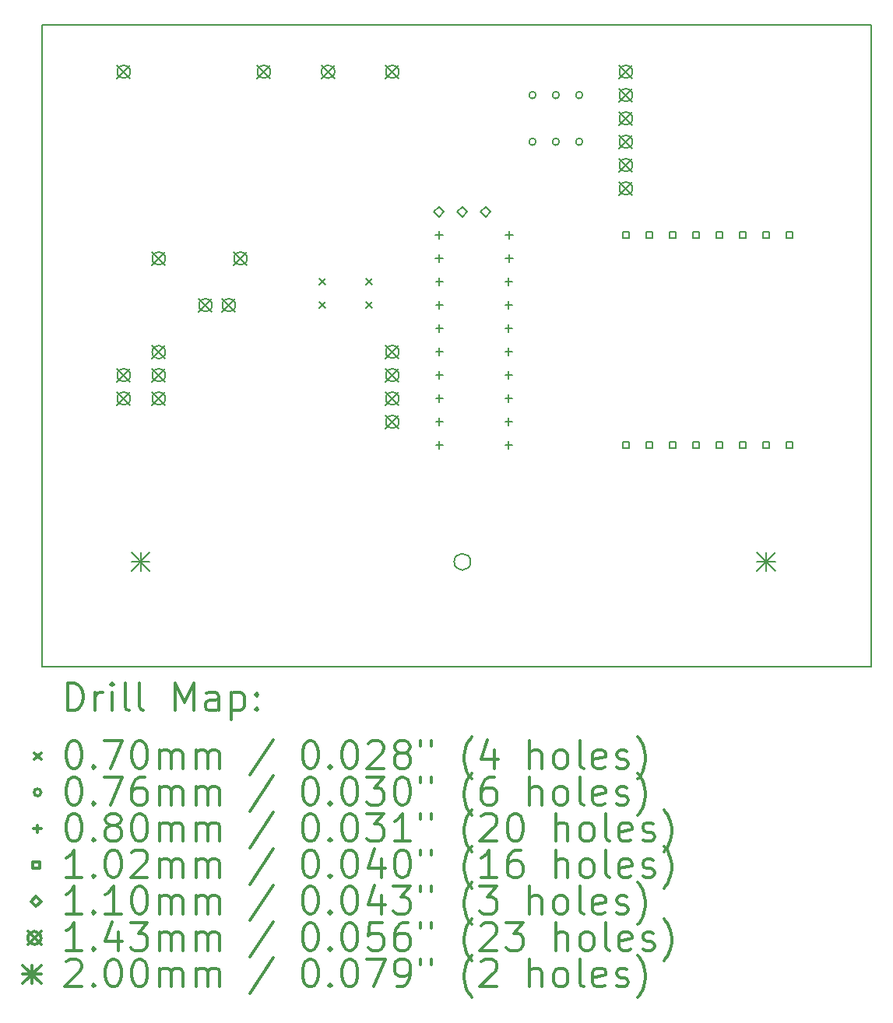
<source format=gbr>
%FSLAX45Y45*%
G04 Gerber Fmt 4.5, Leading zero omitted, Abs format (unit mm)*
G04 Created by KiCad (PCBNEW (5.0.2)-1) date 15-04-2019 10:59:47*
%MOMM*%
%LPD*%
G01*
G04 APERTURE LIST*
%ADD10C,0.200000*%
%ADD11C,0.300000*%
G04 APERTURE END LIST*
D10*
X6439803Y-7620000D02*
G75*
G03X6439803Y-7620000I-89803J0D01*
G01*
X1778000Y-8763000D02*
X1778000Y-1778000D01*
X10795000Y-8763000D02*
X1778000Y-8763000D01*
X10795000Y-1778000D02*
X10795000Y-8763000D01*
X1778000Y-1778000D02*
X10795000Y-1778000D01*
D10*
X4791000Y-4537000D02*
X4861000Y-4607000D01*
X4861000Y-4537000D02*
X4791000Y-4607000D01*
X5299000Y-4537000D02*
X5369000Y-4607000D01*
X5369000Y-4537000D02*
X5299000Y-4607000D01*
X4791000Y-4791000D02*
X4861000Y-4861000D01*
X4861000Y-4791000D02*
X4791000Y-4861000D01*
X5299000Y-4791000D02*
X5369000Y-4861000D01*
X5369000Y-4791000D02*
X5299000Y-4861000D01*
X7150100Y-2540000D02*
G75*
G03X7150100Y-2540000I-38100J0D01*
G01*
X7150100Y-3048000D02*
G75*
G03X7150100Y-3048000I-38100J0D01*
G01*
X7404100Y-2540000D02*
G75*
G03X7404100Y-2540000I-38100J0D01*
G01*
X7404100Y-3048000D02*
G75*
G03X7404100Y-3048000I-38100J0D01*
G01*
X7658100Y-2540000D02*
G75*
G03X7658100Y-2540000I-38100J0D01*
G01*
X7658100Y-3048000D02*
G75*
G03X7658100Y-3048000I-38100J0D01*
G01*
X6101000Y-4532000D02*
X6101000Y-4612000D01*
X6061000Y-4572000D02*
X6141000Y-4572000D01*
X6101000Y-4786000D02*
X6101000Y-4866000D01*
X6061000Y-4826000D02*
X6141000Y-4826000D01*
X6101000Y-5040000D02*
X6101000Y-5120000D01*
X6061000Y-5080000D02*
X6141000Y-5080000D01*
X6101000Y-5294000D02*
X6101000Y-5374000D01*
X6061000Y-5334000D02*
X6141000Y-5334000D01*
X6101000Y-5548000D02*
X6101000Y-5628000D01*
X6061000Y-5588000D02*
X6141000Y-5588000D01*
X6101000Y-5802000D02*
X6101000Y-5882000D01*
X6061000Y-5842000D02*
X6141000Y-5842000D01*
X6101000Y-6056000D02*
X6101000Y-6136000D01*
X6061000Y-6096000D02*
X6141000Y-6096000D01*
X6101000Y-6310000D02*
X6101000Y-6390000D01*
X6061000Y-6350000D02*
X6141000Y-6350000D01*
X6853000Y-4532000D02*
X6853000Y-4612000D01*
X6813000Y-4572000D02*
X6893000Y-4572000D01*
X6853000Y-4786000D02*
X6853000Y-4866000D01*
X6813000Y-4826000D02*
X6893000Y-4826000D01*
X6853000Y-5040000D02*
X6853000Y-5120000D01*
X6813000Y-5080000D02*
X6893000Y-5080000D01*
X6853000Y-5294000D02*
X6853000Y-5374000D01*
X6813000Y-5334000D02*
X6893000Y-5334000D01*
X6853000Y-5548000D02*
X6853000Y-5628000D01*
X6813000Y-5588000D02*
X6893000Y-5588000D01*
X6853000Y-5802000D02*
X6853000Y-5882000D01*
X6813000Y-5842000D02*
X6893000Y-5842000D01*
X6853000Y-6056000D02*
X6853000Y-6136000D01*
X6813000Y-6096000D02*
X6893000Y-6096000D01*
X6853000Y-6310000D02*
X6853000Y-6390000D01*
X6813000Y-6350000D02*
X6893000Y-6350000D01*
X6096000Y-4024000D02*
X6096000Y-4104000D01*
X6056000Y-4064000D02*
X6136000Y-4064000D01*
X6096000Y-4278000D02*
X6096000Y-4358000D01*
X6056000Y-4318000D02*
X6136000Y-4318000D01*
X6858000Y-4024000D02*
X6858000Y-4104000D01*
X6818000Y-4064000D02*
X6898000Y-4064000D01*
X6858000Y-4278000D02*
X6858000Y-4358000D01*
X6818000Y-4318000D02*
X6898000Y-4318000D01*
X8163921Y-4099921D02*
X8163921Y-4028079D01*
X8092079Y-4028079D01*
X8092079Y-4099921D01*
X8163921Y-4099921D01*
X8163921Y-6385921D02*
X8163921Y-6314079D01*
X8092079Y-6314079D01*
X8092079Y-6385921D01*
X8163921Y-6385921D01*
X8417921Y-4099921D02*
X8417921Y-4028079D01*
X8346079Y-4028079D01*
X8346079Y-4099921D01*
X8417921Y-4099921D01*
X8417921Y-6385921D02*
X8417921Y-6314079D01*
X8346079Y-6314079D01*
X8346079Y-6385921D01*
X8417921Y-6385921D01*
X8671921Y-4099921D02*
X8671921Y-4028079D01*
X8600079Y-4028079D01*
X8600079Y-4099921D01*
X8671921Y-4099921D01*
X8671921Y-6385921D02*
X8671921Y-6314079D01*
X8600079Y-6314079D01*
X8600079Y-6385921D01*
X8671921Y-6385921D01*
X8925921Y-4099921D02*
X8925921Y-4028079D01*
X8854079Y-4028079D01*
X8854079Y-4099921D01*
X8925921Y-4099921D01*
X8925921Y-6385921D02*
X8925921Y-6314079D01*
X8854079Y-6314079D01*
X8854079Y-6385921D01*
X8925921Y-6385921D01*
X9179921Y-4099921D02*
X9179921Y-4028079D01*
X9108079Y-4028079D01*
X9108079Y-4099921D01*
X9179921Y-4099921D01*
X9179921Y-6385921D02*
X9179921Y-6314079D01*
X9108079Y-6314079D01*
X9108079Y-6385921D01*
X9179921Y-6385921D01*
X9433921Y-4099921D02*
X9433921Y-4028079D01*
X9362079Y-4028079D01*
X9362079Y-4099921D01*
X9433921Y-4099921D01*
X9433921Y-6385921D02*
X9433921Y-6314079D01*
X9362079Y-6314079D01*
X9362079Y-6385921D01*
X9433921Y-6385921D01*
X9687921Y-4099921D02*
X9687921Y-4028079D01*
X9616079Y-4028079D01*
X9616079Y-4099921D01*
X9687921Y-4099921D01*
X9687921Y-6385921D02*
X9687921Y-6314079D01*
X9616079Y-6314079D01*
X9616079Y-6385921D01*
X9687921Y-6385921D01*
X9941921Y-4099921D02*
X9941921Y-4028079D01*
X9870079Y-4028079D01*
X9870079Y-4099921D01*
X9941921Y-4099921D01*
X9941921Y-6385921D02*
X9941921Y-6314079D01*
X9870079Y-6314079D01*
X9870079Y-6385921D01*
X9941921Y-6385921D01*
X6096000Y-3865000D02*
X6151000Y-3810000D01*
X6096000Y-3755000D01*
X6041000Y-3810000D01*
X6096000Y-3865000D01*
X6350000Y-3865000D02*
X6405000Y-3810000D01*
X6350000Y-3755000D01*
X6295000Y-3810000D01*
X6350000Y-3865000D01*
X6604000Y-3865000D02*
X6659000Y-3810000D01*
X6604000Y-3755000D01*
X6549000Y-3810000D01*
X6604000Y-3865000D01*
X3484500Y-4754500D02*
X3627500Y-4897500D01*
X3627500Y-4754500D02*
X3484500Y-4897500D01*
X3627500Y-4826000D02*
G75*
G03X3627500Y-4826000I-71500J0D01*
G01*
X3738500Y-4754500D02*
X3881500Y-4897500D01*
X3881500Y-4754500D02*
X3738500Y-4897500D01*
X3881500Y-4826000D02*
G75*
G03X3881500Y-4826000I-71500J0D01*
G01*
X8056500Y-2722500D02*
X8199500Y-2865500D01*
X8199500Y-2722500D02*
X8056500Y-2865500D01*
X8199500Y-2794000D02*
G75*
G03X8199500Y-2794000I-71500J0D01*
G01*
X8056500Y-2976500D02*
X8199500Y-3119500D01*
X8199500Y-2976500D02*
X8056500Y-3119500D01*
X8199500Y-3048000D02*
G75*
G03X8199500Y-3048000I-71500J0D01*
G01*
X8056500Y-2214500D02*
X8199500Y-2357500D01*
X8199500Y-2214500D02*
X8056500Y-2357500D01*
X8199500Y-2286000D02*
G75*
G03X8199500Y-2286000I-71500J0D01*
G01*
X8056500Y-2468500D02*
X8199500Y-2611500D01*
X8199500Y-2468500D02*
X8056500Y-2611500D01*
X8199500Y-2540000D02*
G75*
G03X8199500Y-2540000I-71500J0D01*
G01*
X2976500Y-5266500D02*
X3119500Y-5409500D01*
X3119500Y-5266500D02*
X2976500Y-5409500D01*
X3119500Y-5338000D02*
G75*
G03X3119500Y-5338000I-71500J0D01*
G01*
X2976500Y-5516500D02*
X3119500Y-5659500D01*
X3119500Y-5516500D02*
X2976500Y-5659500D01*
X3119500Y-5588000D02*
G75*
G03X3119500Y-5588000I-71500J0D01*
G01*
X2976500Y-5770500D02*
X3119500Y-5913500D01*
X3119500Y-5770500D02*
X2976500Y-5913500D01*
X3119500Y-5842000D02*
G75*
G03X3119500Y-5842000I-71500J0D01*
G01*
X2595500Y-5516500D02*
X2738500Y-5659500D01*
X2738500Y-5516500D02*
X2595500Y-5659500D01*
X2738500Y-5588000D02*
G75*
G03X2738500Y-5588000I-71500J0D01*
G01*
X2595500Y-5770500D02*
X2738500Y-5913500D01*
X2738500Y-5770500D02*
X2595500Y-5913500D01*
X2738500Y-5842000D02*
G75*
G03X2738500Y-5842000I-71500J0D01*
G01*
X5516500Y-5262500D02*
X5659500Y-5405500D01*
X5659500Y-5262500D02*
X5516500Y-5405500D01*
X5659500Y-5334000D02*
G75*
G03X5659500Y-5334000I-71500J0D01*
G01*
X5516500Y-5516500D02*
X5659500Y-5659500D01*
X5659500Y-5516500D02*
X5516500Y-5659500D01*
X5659500Y-5588000D02*
G75*
G03X5659500Y-5588000I-71500J0D01*
G01*
X5516500Y-5770500D02*
X5659500Y-5913500D01*
X5659500Y-5770500D02*
X5516500Y-5913500D01*
X5659500Y-5842000D02*
G75*
G03X5659500Y-5842000I-71500J0D01*
G01*
X5516500Y-6024500D02*
X5659500Y-6167500D01*
X5659500Y-6024500D02*
X5516500Y-6167500D01*
X5659500Y-6096000D02*
G75*
G03X5659500Y-6096000I-71500J0D01*
G01*
X2595500Y-2214500D02*
X2738500Y-2357500D01*
X2738500Y-2214500D02*
X2595500Y-2357500D01*
X2738500Y-2286000D02*
G75*
G03X2738500Y-2286000I-71500J0D01*
G01*
X2976500Y-4246500D02*
X3119500Y-4389500D01*
X3119500Y-4246500D02*
X2976500Y-4389500D01*
X3119500Y-4318000D02*
G75*
G03X3119500Y-4318000I-71500J0D01*
G01*
X3865500Y-4246500D02*
X4008500Y-4389500D01*
X4008500Y-4246500D02*
X3865500Y-4389500D01*
X4008500Y-4318000D02*
G75*
G03X4008500Y-4318000I-71500J0D01*
G01*
X4119500Y-2214500D02*
X4262500Y-2357500D01*
X4262500Y-2214500D02*
X4119500Y-2357500D01*
X4262500Y-2286000D02*
G75*
G03X4262500Y-2286000I-71500J0D01*
G01*
X4818000Y-2214500D02*
X4961000Y-2357500D01*
X4961000Y-2214500D02*
X4818000Y-2357500D01*
X4961000Y-2286000D02*
G75*
G03X4961000Y-2286000I-71500J0D01*
G01*
X5516500Y-2214500D02*
X5659500Y-2357500D01*
X5659500Y-2214500D02*
X5516500Y-2357500D01*
X5659500Y-2286000D02*
G75*
G03X5659500Y-2286000I-71500J0D01*
G01*
X8056500Y-3230500D02*
X8199500Y-3373500D01*
X8199500Y-3230500D02*
X8056500Y-3373500D01*
X8199500Y-3302000D02*
G75*
G03X8199500Y-3302000I-71500J0D01*
G01*
X8056500Y-3484500D02*
X8199500Y-3627500D01*
X8199500Y-3484500D02*
X8056500Y-3627500D01*
X8199500Y-3556000D02*
G75*
G03X8199500Y-3556000I-71500J0D01*
G01*
X2750000Y-7520000D02*
X2950000Y-7720000D01*
X2950000Y-7520000D02*
X2750000Y-7720000D01*
X2850000Y-7520000D02*
X2850000Y-7720000D01*
X2750000Y-7620000D02*
X2950000Y-7620000D01*
X9552000Y-7520000D02*
X9752000Y-7720000D01*
X9752000Y-7520000D02*
X9552000Y-7720000D01*
X9652000Y-7520000D02*
X9652000Y-7720000D01*
X9552000Y-7620000D02*
X9752000Y-7620000D01*
D11*
X2054428Y-9238714D02*
X2054428Y-8938714D01*
X2125857Y-8938714D01*
X2168714Y-8953000D01*
X2197286Y-8981572D01*
X2211571Y-9010143D01*
X2225857Y-9067286D01*
X2225857Y-9110143D01*
X2211571Y-9167286D01*
X2197286Y-9195857D01*
X2168714Y-9224429D01*
X2125857Y-9238714D01*
X2054428Y-9238714D01*
X2354428Y-9238714D02*
X2354428Y-9038714D01*
X2354428Y-9095857D02*
X2368714Y-9067286D01*
X2383000Y-9053000D01*
X2411571Y-9038714D01*
X2440143Y-9038714D01*
X2540143Y-9238714D02*
X2540143Y-9038714D01*
X2540143Y-8938714D02*
X2525857Y-8953000D01*
X2540143Y-8967286D01*
X2554428Y-8953000D01*
X2540143Y-8938714D01*
X2540143Y-8967286D01*
X2725857Y-9238714D02*
X2697286Y-9224429D01*
X2683000Y-9195857D01*
X2683000Y-8938714D01*
X2883000Y-9238714D02*
X2854428Y-9224429D01*
X2840143Y-9195857D01*
X2840143Y-8938714D01*
X3225857Y-9238714D02*
X3225857Y-8938714D01*
X3325857Y-9153000D01*
X3425857Y-8938714D01*
X3425857Y-9238714D01*
X3697286Y-9238714D02*
X3697286Y-9081572D01*
X3683000Y-9053000D01*
X3654428Y-9038714D01*
X3597286Y-9038714D01*
X3568714Y-9053000D01*
X3697286Y-9224429D02*
X3668714Y-9238714D01*
X3597286Y-9238714D01*
X3568714Y-9224429D01*
X3554428Y-9195857D01*
X3554428Y-9167286D01*
X3568714Y-9138714D01*
X3597286Y-9124429D01*
X3668714Y-9124429D01*
X3697286Y-9110143D01*
X3840143Y-9038714D02*
X3840143Y-9338714D01*
X3840143Y-9053000D02*
X3868714Y-9038714D01*
X3925857Y-9038714D01*
X3954428Y-9053000D01*
X3968714Y-9067286D01*
X3983000Y-9095857D01*
X3983000Y-9181572D01*
X3968714Y-9210143D01*
X3954428Y-9224429D01*
X3925857Y-9238714D01*
X3868714Y-9238714D01*
X3840143Y-9224429D01*
X4111571Y-9210143D02*
X4125857Y-9224429D01*
X4111571Y-9238714D01*
X4097286Y-9224429D01*
X4111571Y-9210143D01*
X4111571Y-9238714D01*
X4111571Y-9053000D02*
X4125857Y-9067286D01*
X4111571Y-9081572D01*
X4097286Y-9067286D01*
X4111571Y-9053000D01*
X4111571Y-9081572D01*
X1698000Y-9698000D02*
X1768000Y-9768000D01*
X1768000Y-9698000D02*
X1698000Y-9768000D01*
X2111571Y-9568714D02*
X2140143Y-9568714D01*
X2168714Y-9583000D01*
X2183000Y-9597286D01*
X2197286Y-9625857D01*
X2211571Y-9683000D01*
X2211571Y-9754429D01*
X2197286Y-9811572D01*
X2183000Y-9840143D01*
X2168714Y-9854429D01*
X2140143Y-9868714D01*
X2111571Y-9868714D01*
X2083000Y-9854429D01*
X2068714Y-9840143D01*
X2054428Y-9811572D01*
X2040143Y-9754429D01*
X2040143Y-9683000D01*
X2054428Y-9625857D01*
X2068714Y-9597286D01*
X2083000Y-9583000D01*
X2111571Y-9568714D01*
X2340143Y-9840143D02*
X2354428Y-9854429D01*
X2340143Y-9868714D01*
X2325857Y-9854429D01*
X2340143Y-9840143D01*
X2340143Y-9868714D01*
X2454428Y-9568714D02*
X2654428Y-9568714D01*
X2525857Y-9868714D01*
X2825857Y-9568714D02*
X2854428Y-9568714D01*
X2883000Y-9583000D01*
X2897286Y-9597286D01*
X2911571Y-9625857D01*
X2925857Y-9683000D01*
X2925857Y-9754429D01*
X2911571Y-9811572D01*
X2897286Y-9840143D01*
X2883000Y-9854429D01*
X2854428Y-9868714D01*
X2825857Y-9868714D01*
X2797286Y-9854429D01*
X2783000Y-9840143D01*
X2768714Y-9811572D01*
X2754428Y-9754429D01*
X2754428Y-9683000D01*
X2768714Y-9625857D01*
X2783000Y-9597286D01*
X2797286Y-9583000D01*
X2825857Y-9568714D01*
X3054428Y-9868714D02*
X3054428Y-9668714D01*
X3054428Y-9697286D02*
X3068714Y-9683000D01*
X3097286Y-9668714D01*
X3140143Y-9668714D01*
X3168714Y-9683000D01*
X3183000Y-9711572D01*
X3183000Y-9868714D01*
X3183000Y-9711572D02*
X3197286Y-9683000D01*
X3225857Y-9668714D01*
X3268714Y-9668714D01*
X3297286Y-9683000D01*
X3311571Y-9711572D01*
X3311571Y-9868714D01*
X3454428Y-9868714D02*
X3454428Y-9668714D01*
X3454428Y-9697286D02*
X3468714Y-9683000D01*
X3497286Y-9668714D01*
X3540143Y-9668714D01*
X3568714Y-9683000D01*
X3583000Y-9711572D01*
X3583000Y-9868714D01*
X3583000Y-9711572D02*
X3597286Y-9683000D01*
X3625857Y-9668714D01*
X3668714Y-9668714D01*
X3697286Y-9683000D01*
X3711571Y-9711572D01*
X3711571Y-9868714D01*
X4297286Y-9554429D02*
X4040143Y-9940143D01*
X4683000Y-9568714D02*
X4711571Y-9568714D01*
X4740143Y-9583000D01*
X4754428Y-9597286D01*
X4768714Y-9625857D01*
X4783000Y-9683000D01*
X4783000Y-9754429D01*
X4768714Y-9811572D01*
X4754428Y-9840143D01*
X4740143Y-9854429D01*
X4711571Y-9868714D01*
X4683000Y-9868714D01*
X4654428Y-9854429D01*
X4640143Y-9840143D01*
X4625857Y-9811572D01*
X4611571Y-9754429D01*
X4611571Y-9683000D01*
X4625857Y-9625857D01*
X4640143Y-9597286D01*
X4654428Y-9583000D01*
X4683000Y-9568714D01*
X4911571Y-9840143D02*
X4925857Y-9854429D01*
X4911571Y-9868714D01*
X4897286Y-9854429D01*
X4911571Y-9840143D01*
X4911571Y-9868714D01*
X5111571Y-9568714D02*
X5140143Y-9568714D01*
X5168714Y-9583000D01*
X5183000Y-9597286D01*
X5197286Y-9625857D01*
X5211571Y-9683000D01*
X5211571Y-9754429D01*
X5197286Y-9811572D01*
X5183000Y-9840143D01*
X5168714Y-9854429D01*
X5140143Y-9868714D01*
X5111571Y-9868714D01*
X5083000Y-9854429D01*
X5068714Y-9840143D01*
X5054428Y-9811572D01*
X5040143Y-9754429D01*
X5040143Y-9683000D01*
X5054428Y-9625857D01*
X5068714Y-9597286D01*
X5083000Y-9583000D01*
X5111571Y-9568714D01*
X5325857Y-9597286D02*
X5340143Y-9583000D01*
X5368714Y-9568714D01*
X5440143Y-9568714D01*
X5468714Y-9583000D01*
X5483000Y-9597286D01*
X5497286Y-9625857D01*
X5497286Y-9654429D01*
X5483000Y-9697286D01*
X5311571Y-9868714D01*
X5497286Y-9868714D01*
X5668714Y-9697286D02*
X5640143Y-9683000D01*
X5625857Y-9668714D01*
X5611571Y-9640143D01*
X5611571Y-9625857D01*
X5625857Y-9597286D01*
X5640143Y-9583000D01*
X5668714Y-9568714D01*
X5725857Y-9568714D01*
X5754428Y-9583000D01*
X5768714Y-9597286D01*
X5783000Y-9625857D01*
X5783000Y-9640143D01*
X5768714Y-9668714D01*
X5754428Y-9683000D01*
X5725857Y-9697286D01*
X5668714Y-9697286D01*
X5640143Y-9711572D01*
X5625857Y-9725857D01*
X5611571Y-9754429D01*
X5611571Y-9811572D01*
X5625857Y-9840143D01*
X5640143Y-9854429D01*
X5668714Y-9868714D01*
X5725857Y-9868714D01*
X5754428Y-9854429D01*
X5768714Y-9840143D01*
X5783000Y-9811572D01*
X5783000Y-9754429D01*
X5768714Y-9725857D01*
X5754428Y-9711572D01*
X5725857Y-9697286D01*
X5897286Y-9568714D02*
X5897286Y-9625857D01*
X6011571Y-9568714D02*
X6011571Y-9625857D01*
X6454428Y-9983000D02*
X6440143Y-9968714D01*
X6411571Y-9925857D01*
X6397286Y-9897286D01*
X6383000Y-9854429D01*
X6368714Y-9783000D01*
X6368714Y-9725857D01*
X6383000Y-9654429D01*
X6397286Y-9611572D01*
X6411571Y-9583000D01*
X6440143Y-9540143D01*
X6454428Y-9525857D01*
X6697286Y-9668714D02*
X6697286Y-9868714D01*
X6625857Y-9554429D02*
X6554428Y-9768714D01*
X6740143Y-9768714D01*
X7083000Y-9868714D02*
X7083000Y-9568714D01*
X7211571Y-9868714D02*
X7211571Y-9711572D01*
X7197286Y-9683000D01*
X7168714Y-9668714D01*
X7125857Y-9668714D01*
X7097286Y-9683000D01*
X7083000Y-9697286D01*
X7397286Y-9868714D02*
X7368714Y-9854429D01*
X7354428Y-9840143D01*
X7340143Y-9811572D01*
X7340143Y-9725857D01*
X7354428Y-9697286D01*
X7368714Y-9683000D01*
X7397286Y-9668714D01*
X7440143Y-9668714D01*
X7468714Y-9683000D01*
X7483000Y-9697286D01*
X7497286Y-9725857D01*
X7497286Y-9811572D01*
X7483000Y-9840143D01*
X7468714Y-9854429D01*
X7440143Y-9868714D01*
X7397286Y-9868714D01*
X7668714Y-9868714D02*
X7640143Y-9854429D01*
X7625857Y-9825857D01*
X7625857Y-9568714D01*
X7897286Y-9854429D02*
X7868714Y-9868714D01*
X7811571Y-9868714D01*
X7783000Y-9854429D01*
X7768714Y-9825857D01*
X7768714Y-9711572D01*
X7783000Y-9683000D01*
X7811571Y-9668714D01*
X7868714Y-9668714D01*
X7897286Y-9683000D01*
X7911571Y-9711572D01*
X7911571Y-9740143D01*
X7768714Y-9768714D01*
X8025857Y-9854429D02*
X8054428Y-9868714D01*
X8111571Y-9868714D01*
X8140143Y-9854429D01*
X8154428Y-9825857D01*
X8154428Y-9811572D01*
X8140143Y-9783000D01*
X8111571Y-9768714D01*
X8068714Y-9768714D01*
X8040143Y-9754429D01*
X8025857Y-9725857D01*
X8025857Y-9711572D01*
X8040143Y-9683000D01*
X8068714Y-9668714D01*
X8111571Y-9668714D01*
X8140143Y-9683000D01*
X8254428Y-9983000D02*
X8268714Y-9968714D01*
X8297286Y-9925857D01*
X8311571Y-9897286D01*
X8325857Y-9854429D01*
X8340143Y-9783000D01*
X8340143Y-9725857D01*
X8325857Y-9654429D01*
X8311571Y-9611572D01*
X8297286Y-9583000D01*
X8268714Y-9540143D01*
X8254428Y-9525857D01*
X1768000Y-10129000D02*
G75*
G03X1768000Y-10129000I-38100J0D01*
G01*
X2111571Y-9964714D02*
X2140143Y-9964714D01*
X2168714Y-9979000D01*
X2183000Y-9993286D01*
X2197286Y-10021857D01*
X2211571Y-10079000D01*
X2211571Y-10150429D01*
X2197286Y-10207572D01*
X2183000Y-10236143D01*
X2168714Y-10250429D01*
X2140143Y-10264714D01*
X2111571Y-10264714D01*
X2083000Y-10250429D01*
X2068714Y-10236143D01*
X2054428Y-10207572D01*
X2040143Y-10150429D01*
X2040143Y-10079000D01*
X2054428Y-10021857D01*
X2068714Y-9993286D01*
X2083000Y-9979000D01*
X2111571Y-9964714D01*
X2340143Y-10236143D02*
X2354428Y-10250429D01*
X2340143Y-10264714D01*
X2325857Y-10250429D01*
X2340143Y-10236143D01*
X2340143Y-10264714D01*
X2454428Y-9964714D02*
X2654428Y-9964714D01*
X2525857Y-10264714D01*
X2897286Y-9964714D02*
X2840143Y-9964714D01*
X2811571Y-9979000D01*
X2797286Y-9993286D01*
X2768714Y-10036143D01*
X2754428Y-10093286D01*
X2754428Y-10207572D01*
X2768714Y-10236143D01*
X2783000Y-10250429D01*
X2811571Y-10264714D01*
X2868714Y-10264714D01*
X2897286Y-10250429D01*
X2911571Y-10236143D01*
X2925857Y-10207572D01*
X2925857Y-10136143D01*
X2911571Y-10107572D01*
X2897286Y-10093286D01*
X2868714Y-10079000D01*
X2811571Y-10079000D01*
X2783000Y-10093286D01*
X2768714Y-10107572D01*
X2754428Y-10136143D01*
X3054428Y-10264714D02*
X3054428Y-10064714D01*
X3054428Y-10093286D02*
X3068714Y-10079000D01*
X3097286Y-10064714D01*
X3140143Y-10064714D01*
X3168714Y-10079000D01*
X3183000Y-10107572D01*
X3183000Y-10264714D01*
X3183000Y-10107572D02*
X3197286Y-10079000D01*
X3225857Y-10064714D01*
X3268714Y-10064714D01*
X3297286Y-10079000D01*
X3311571Y-10107572D01*
X3311571Y-10264714D01*
X3454428Y-10264714D02*
X3454428Y-10064714D01*
X3454428Y-10093286D02*
X3468714Y-10079000D01*
X3497286Y-10064714D01*
X3540143Y-10064714D01*
X3568714Y-10079000D01*
X3583000Y-10107572D01*
X3583000Y-10264714D01*
X3583000Y-10107572D02*
X3597286Y-10079000D01*
X3625857Y-10064714D01*
X3668714Y-10064714D01*
X3697286Y-10079000D01*
X3711571Y-10107572D01*
X3711571Y-10264714D01*
X4297286Y-9950429D02*
X4040143Y-10336143D01*
X4683000Y-9964714D02*
X4711571Y-9964714D01*
X4740143Y-9979000D01*
X4754428Y-9993286D01*
X4768714Y-10021857D01*
X4783000Y-10079000D01*
X4783000Y-10150429D01*
X4768714Y-10207572D01*
X4754428Y-10236143D01*
X4740143Y-10250429D01*
X4711571Y-10264714D01*
X4683000Y-10264714D01*
X4654428Y-10250429D01*
X4640143Y-10236143D01*
X4625857Y-10207572D01*
X4611571Y-10150429D01*
X4611571Y-10079000D01*
X4625857Y-10021857D01*
X4640143Y-9993286D01*
X4654428Y-9979000D01*
X4683000Y-9964714D01*
X4911571Y-10236143D02*
X4925857Y-10250429D01*
X4911571Y-10264714D01*
X4897286Y-10250429D01*
X4911571Y-10236143D01*
X4911571Y-10264714D01*
X5111571Y-9964714D02*
X5140143Y-9964714D01*
X5168714Y-9979000D01*
X5183000Y-9993286D01*
X5197286Y-10021857D01*
X5211571Y-10079000D01*
X5211571Y-10150429D01*
X5197286Y-10207572D01*
X5183000Y-10236143D01*
X5168714Y-10250429D01*
X5140143Y-10264714D01*
X5111571Y-10264714D01*
X5083000Y-10250429D01*
X5068714Y-10236143D01*
X5054428Y-10207572D01*
X5040143Y-10150429D01*
X5040143Y-10079000D01*
X5054428Y-10021857D01*
X5068714Y-9993286D01*
X5083000Y-9979000D01*
X5111571Y-9964714D01*
X5311571Y-9964714D02*
X5497286Y-9964714D01*
X5397286Y-10079000D01*
X5440143Y-10079000D01*
X5468714Y-10093286D01*
X5483000Y-10107572D01*
X5497286Y-10136143D01*
X5497286Y-10207572D01*
X5483000Y-10236143D01*
X5468714Y-10250429D01*
X5440143Y-10264714D01*
X5354428Y-10264714D01*
X5325857Y-10250429D01*
X5311571Y-10236143D01*
X5683000Y-9964714D02*
X5711571Y-9964714D01*
X5740143Y-9979000D01*
X5754428Y-9993286D01*
X5768714Y-10021857D01*
X5783000Y-10079000D01*
X5783000Y-10150429D01*
X5768714Y-10207572D01*
X5754428Y-10236143D01*
X5740143Y-10250429D01*
X5711571Y-10264714D01*
X5683000Y-10264714D01*
X5654428Y-10250429D01*
X5640143Y-10236143D01*
X5625857Y-10207572D01*
X5611571Y-10150429D01*
X5611571Y-10079000D01*
X5625857Y-10021857D01*
X5640143Y-9993286D01*
X5654428Y-9979000D01*
X5683000Y-9964714D01*
X5897286Y-9964714D02*
X5897286Y-10021857D01*
X6011571Y-9964714D02*
X6011571Y-10021857D01*
X6454428Y-10379000D02*
X6440143Y-10364714D01*
X6411571Y-10321857D01*
X6397286Y-10293286D01*
X6383000Y-10250429D01*
X6368714Y-10179000D01*
X6368714Y-10121857D01*
X6383000Y-10050429D01*
X6397286Y-10007572D01*
X6411571Y-9979000D01*
X6440143Y-9936143D01*
X6454428Y-9921857D01*
X6697286Y-9964714D02*
X6640143Y-9964714D01*
X6611571Y-9979000D01*
X6597286Y-9993286D01*
X6568714Y-10036143D01*
X6554428Y-10093286D01*
X6554428Y-10207572D01*
X6568714Y-10236143D01*
X6583000Y-10250429D01*
X6611571Y-10264714D01*
X6668714Y-10264714D01*
X6697286Y-10250429D01*
X6711571Y-10236143D01*
X6725857Y-10207572D01*
X6725857Y-10136143D01*
X6711571Y-10107572D01*
X6697286Y-10093286D01*
X6668714Y-10079000D01*
X6611571Y-10079000D01*
X6583000Y-10093286D01*
X6568714Y-10107572D01*
X6554428Y-10136143D01*
X7083000Y-10264714D02*
X7083000Y-9964714D01*
X7211571Y-10264714D02*
X7211571Y-10107572D01*
X7197286Y-10079000D01*
X7168714Y-10064714D01*
X7125857Y-10064714D01*
X7097286Y-10079000D01*
X7083000Y-10093286D01*
X7397286Y-10264714D02*
X7368714Y-10250429D01*
X7354428Y-10236143D01*
X7340143Y-10207572D01*
X7340143Y-10121857D01*
X7354428Y-10093286D01*
X7368714Y-10079000D01*
X7397286Y-10064714D01*
X7440143Y-10064714D01*
X7468714Y-10079000D01*
X7483000Y-10093286D01*
X7497286Y-10121857D01*
X7497286Y-10207572D01*
X7483000Y-10236143D01*
X7468714Y-10250429D01*
X7440143Y-10264714D01*
X7397286Y-10264714D01*
X7668714Y-10264714D02*
X7640143Y-10250429D01*
X7625857Y-10221857D01*
X7625857Y-9964714D01*
X7897286Y-10250429D02*
X7868714Y-10264714D01*
X7811571Y-10264714D01*
X7783000Y-10250429D01*
X7768714Y-10221857D01*
X7768714Y-10107572D01*
X7783000Y-10079000D01*
X7811571Y-10064714D01*
X7868714Y-10064714D01*
X7897286Y-10079000D01*
X7911571Y-10107572D01*
X7911571Y-10136143D01*
X7768714Y-10164714D01*
X8025857Y-10250429D02*
X8054428Y-10264714D01*
X8111571Y-10264714D01*
X8140143Y-10250429D01*
X8154428Y-10221857D01*
X8154428Y-10207572D01*
X8140143Y-10179000D01*
X8111571Y-10164714D01*
X8068714Y-10164714D01*
X8040143Y-10150429D01*
X8025857Y-10121857D01*
X8025857Y-10107572D01*
X8040143Y-10079000D01*
X8068714Y-10064714D01*
X8111571Y-10064714D01*
X8140143Y-10079000D01*
X8254428Y-10379000D02*
X8268714Y-10364714D01*
X8297286Y-10321857D01*
X8311571Y-10293286D01*
X8325857Y-10250429D01*
X8340143Y-10179000D01*
X8340143Y-10121857D01*
X8325857Y-10050429D01*
X8311571Y-10007572D01*
X8297286Y-9979000D01*
X8268714Y-9936143D01*
X8254428Y-9921857D01*
X1728000Y-10485000D02*
X1728000Y-10565000D01*
X1688000Y-10525000D02*
X1768000Y-10525000D01*
X2111571Y-10360714D02*
X2140143Y-10360714D01*
X2168714Y-10375000D01*
X2183000Y-10389286D01*
X2197286Y-10417857D01*
X2211571Y-10475000D01*
X2211571Y-10546429D01*
X2197286Y-10603572D01*
X2183000Y-10632143D01*
X2168714Y-10646429D01*
X2140143Y-10660714D01*
X2111571Y-10660714D01*
X2083000Y-10646429D01*
X2068714Y-10632143D01*
X2054428Y-10603572D01*
X2040143Y-10546429D01*
X2040143Y-10475000D01*
X2054428Y-10417857D01*
X2068714Y-10389286D01*
X2083000Y-10375000D01*
X2111571Y-10360714D01*
X2340143Y-10632143D02*
X2354428Y-10646429D01*
X2340143Y-10660714D01*
X2325857Y-10646429D01*
X2340143Y-10632143D01*
X2340143Y-10660714D01*
X2525857Y-10489286D02*
X2497286Y-10475000D01*
X2483000Y-10460714D01*
X2468714Y-10432143D01*
X2468714Y-10417857D01*
X2483000Y-10389286D01*
X2497286Y-10375000D01*
X2525857Y-10360714D01*
X2583000Y-10360714D01*
X2611571Y-10375000D01*
X2625857Y-10389286D01*
X2640143Y-10417857D01*
X2640143Y-10432143D01*
X2625857Y-10460714D01*
X2611571Y-10475000D01*
X2583000Y-10489286D01*
X2525857Y-10489286D01*
X2497286Y-10503572D01*
X2483000Y-10517857D01*
X2468714Y-10546429D01*
X2468714Y-10603572D01*
X2483000Y-10632143D01*
X2497286Y-10646429D01*
X2525857Y-10660714D01*
X2583000Y-10660714D01*
X2611571Y-10646429D01*
X2625857Y-10632143D01*
X2640143Y-10603572D01*
X2640143Y-10546429D01*
X2625857Y-10517857D01*
X2611571Y-10503572D01*
X2583000Y-10489286D01*
X2825857Y-10360714D02*
X2854428Y-10360714D01*
X2883000Y-10375000D01*
X2897286Y-10389286D01*
X2911571Y-10417857D01*
X2925857Y-10475000D01*
X2925857Y-10546429D01*
X2911571Y-10603572D01*
X2897286Y-10632143D01*
X2883000Y-10646429D01*
X2854428Y-10660714D01*
X2825857Y-10660714D01*
X2797286Y-10646429D01*
X2783000Y-10632143D01*
X2768714Y-10603572D01*
X2754428Y-10546429D01*
X2754428Y-10475000D01*
X2768714Y-10417857D01*
X2783000Y-10389286D01*
X2797286Y-10375000D01*
X2825857Y-10360714D01*
X3054428Y-10660714D02*
X3054428Y-10460714D01*
X3054428Y-10489286D02*
X3068714Y-10475000D01*
X3097286Y-10460714D01*
X3140143Y-10460714D01*
X3168714Y-10475000D01*
X3183000Y-10503572D01*
X3183000Y-10660714D01*
X3183000Y-10503572D02*
X3197286Y-10475000D01*
X3225857Y-10460714D01*
X3268714Y-10460714D01*
X3297286Y-10475000D01*
X3311571Y-10503572D01*
X3311571Y-10660714D01*
X3454428Y-10660714D02*
X3454428Y-10460714D01*
X3454428Y-10489286D02*
X3468714Y-10475000D01*
X3497286Y-10460714D01*
X3540143Y-10460714D01*
X3568714Y-10475000D01*
X3583000Y-10503572D01*
X3583000Y-10660714D01*
X3583000Y-10503572D02*
X3597286Y-10475000D01*
X3625857Y-10460714D01*
X3668714Y-10460714D01*
X3697286Y-10475000D01*
X3711571Y-10503572D01*
X3711571Y-10660714D01*
X4297286Y-10346429D02*
X4040143Y-10732143D01*
X4683000Y-10360714D02*
X4711571Y-10360714D01*
X4740143Y-10375000D01*
X4754428Y-10389286D01*
X4768714Y-10417857D01*
X4783000Y-10475000D01*
X4783000Y-10546429D01*
X4768714Y-10603572D01*
X4754428Y-10632143D01*
X4740143Y-10646429D01*
X4711571Y-10660714D01*
X4683000Y-10660714D01*
X4654428Y-10646429D01*
X4640143Y-10632143D01*
X4625857Y-10603572D01*
X4611571Y-10546429D01*
X4611571Y-10475000D01*
X4625857Y-10417857D01*
X4640143Y-10389286D01*
X4654428Y-10375000D01*
X4683000Y-10360714D01*
X4911571Y-10632143D02*
X4925857Y-10646429D01*
X4911571Y-10660714D01*
X4897286Y-10646429D01*
X4911571Y-10632143D01*
X4911571Y-10660714D01*
X5111571Y-10360714D02*
X5140143Y-10360714D01*
X5168714Y-10375000D01*
X5183000Y-10389286D01*
X5197286Y-10417857D01*
X5211571Y-10475000D01*
X5211571Y-10546429D01*
X5197286Y-10603572D01*
X5183000Y-10632143D01*
X5168714Y-10646429D01*
X5140143Y-10660714D01*
X5111571Y-10660714D01*
X5083000Y-10646429D01*
X5068714Y-10632143D01*
X5054428Y-10603572D01*
X5040143Y-10546429D01*
X5040143Y-10475000D01*
X5054428Y-10417857D01*
X5068714Y-10389286D01*
X5083000Y-10375000D01*
X5111571Y-10360714D01*
X5311571Y-10360714D02*
X5497286Y-10360714D01*
X5397286Y-10475000D01*
X5440143Y-10475000D01*
X5468714Y-10489286D01*
X5483000Y-10503572D01*
X5497286Y-10532143D01*
X5497286Y-10603572D01*
X5483000Y-10632143D01*
X5468714Y-10646429D01*
X5440143Y-10660714D01*
X5354428Y-10660714D01*
X5325857Y-10646429D01*
X5311571Y-10632143D01*
X5783000Y-10660714D02*
X5611571Y-10660714D01*
X5697286Y-10660714D02*
X5697286Y-10360714D01*
X5668714Y-10403572D01*
X5640143Y-10432143D01*
X5611571Y-10446429D01*
X5897286Y-10360714D02*
X5897286Y-10417857D01*
X6011571Y-10360714D02*
X6011571Y-10417857D01*
X6454428Y-10775000D02*
X6440143Y-10760714D01*
X6411571Y-10717857D01*
X6397286Y-10689286D01*
X6383000Y-10646429D01*
X6368714Y-10575000D01*
X6368714Y-10517857D01*
X6383000Y-10446429D01*
X6397286Y-10403572D01*
X6411571Y-10375000D01*
X6440143Y-10332143D01*
X6454428Y-10317857D01*
X6554428Y-10389286D02*
X6568714Y-10375000D01*
X6597286Y-10360714D01*
X6668714Y-10360714D01*
X6697286Y-10375000D01*
X6711571Y-10389286D01*
X6725857Y-10417857D01*
X6725857Y-10446429D01*
X6711571Y-10489286D01*
X6540143Y-10660714D01*
X6725857Y-10660714D01*
X6911571Y-10360714D02*
X6940143Y-10360714D01*
X6968714Y-10375000D01*
X6983000Y-10389286D01*
X6997286Y-10417857D01*
X7011571Y-10475000D01*
X7011571Y-10546429D01*
X6997286Y-10603572D01*
X6983000Y-10632143D01*
X6968714Y-10646429D01*
X6940143Y-10660714D01*
X6911571Y-10660714D01*
X6883000Y-10646429D01*
X6868714Y-10632143D01*
X6854428Y-10603572D01*
X6840143Y-10546429D01*
X6840143Y-10475000D01*
X6854428Y-10417857D01*
X6868714Y-10389286D01*
X6883000Y-10375000D01*
X6911571Y-10360714D01*
X7368714Y-10660714D02*
X7368714Y-10360714D01*
X7497286Y-10660714D02*
X7497286Y-10503572D01*
X7483000Y-10475000D01*
X7454428Y-10460714D01*
X7411571Y-10460714D01*
X7383000Y-10475000D01*
X7368714Y-10489286D01*
X7683000Y-10660714D02*
X7654428Y-10646429D01*
X7640143Y-10632143D01*
X7625857Y-10603572D01*
X7625857Y-10517857D01*
X7640143Y-10489286D01*
X7654428Y-10475000D01*
X7683000Y-10460714D01*
X7725857Y-10460714D01*
X7754428Y-10475000D01*
X7768714Y-10489286D01*
X7783000Y-10517857D01*
X7783000Y-10603572D01*
X7768714Y-10632143D01*
X7754428Y-10646429D01*
X7725857Y-10660714D01*
X7683000Y-10660714D01*
X7954428Y-10660714D02*
X7925857Y-10646429D01*
X7911571Y-10617857D01*
X7911571Y-10360714D01*
X8183000Y-10646429D02*
X8154428Y-10660714D01*
X8097286Y-10660714D01*
X8068714Y-10646429D01*
X8054428Y-10617857D01*
X8054428Y-10503572D01*
X8068714Y-10475000D01*
X8097286Y-10460714D01*
X8154428Y-10460714D01*
X8183000Y-10475000D01*
X8197286Y-10503572D01*
X8197286Y-10532143D01*
X8054428Y-10560714D01*
X8311571Y-10646429D02*
X8340143Y-10660714D01*
X8397286Y-10660714D01*
X8425857Y-10646429D01*
X8440143Y-10617857D01*
X8440143Y-10603572D01*
X8425857Y-10575000D01*
X8397286Y-10560714D01*
X8354428Y-10560714D01*
X8325857Y-10546429D01*
X8311571Y-10517857D01*
X8311571Y-10503572D01*
X8325857Y-10475000D01*
X8354428Y-10460714D01*
X8397286Y-10460714D01*
X8425857Y-10475000D01*
X8540143Y-10775000D02*
X8554428Y-10760714D01*
X8583000Y-10717857D01*
X8597286Y-10689286D01*
X8611571Y-10646429D01*
X8625857Y-10575000D01*
X8625857Y-10517857D01*
X8611571Y-10446429D01*
X8597286Y-10403572D01*
X8583000Y-10375000D01*
X8554428Y-10332143D01*
X8540143Y-10317857D01*
X1753121Y-10956922D02*
X1753121Y-10885079D01*
X1681278Y-10885079D01*
X1681278Y-10956922D01*
X1753121Y-10956922D01*
X2211571Y-11056714D02*
X2040143Y-11056714D01*
X2125857Y-11056714D02*
X2125857Y-10756714D01*
X2097286Y-10799572D01*
X2068714Y-10828143D01*
X2040143Y-10842429D01*
X2340143Y-11028143D02*
X2354428Y-11042429D01*
X2340143Y-11056714D01*
X2325857Y-11042429D01*
X2340143Y-11028143D01*
X2340143Y-11056714D01*
X2540143Y-10756714D02*
X2568714Y-10756714D01*
X2597286Y-10771000D01*
X2611571Y-10785286D01*
X2625857Y-10813857D01*
X2640143Y-10871000D01*
X2640143Y-10942429D01*
X2625857Y-10999572D01*
X2611571Y-11028143D01*
X2597286Y-11042429D01*
X2568714Y-11056714D01*
X2540143Y-11056714D01*
X2511571Y-11042429D01*
X2497286Y-11028143D01*
X2483000Y-10999572D01*
X2468714Y-10942429D01*
X2468714Y-10871000D01*
X2483000Y-10813857D01*
X2497286Y-10785286D01*
X2511571Y-10771000D01*
X2540143Y-10756714D01*
X2754428Y-10785286D02*
X2768714Y-10771000D01*
X2797286Y-10756714D01*
X2868714Y-10756714D01*
X2897286Y-10771000D01*
X2911571Y-10785286D01*
X2925857Y-10813857D01*
X2925857Y-10842429D01*
X2911571Y-10885286D01*
X2740143Y-11056714D01*
X2925857Y-11056714D01*
X3054428Y-11056714D02*
X3054428Y-10856714D01*
X3054428Y-10885286D02*
X3068714Y-10871000D01*
X3097286Y-10856714D01*
X3140143Y-10856714D01*
X3168714Y-10871000D01*
X3183000Y-10899572D01*
X3183000Y-11056714D01*
X3183000Y-10899572D02*
X3197286Y-10871000D01*
X3225857Y-10856714D01*
X3268714Y-10856714D01*
X3297286Y-10871000D01*
X3311571Y-10899572D01*
X3311571Y-11056714D01*
X3454428Y-11056714D02*
X3454428Y-10856714D01*
X3454428Y-10885286D02*
X3468714Y-10871000D01*
X3497286Y-10856714D01*
X3540143Y-10856714D01*
X3568714Y-10871000D01*
X3583000Y-10899572D01*
X3583000Y-11056714D01*
X3583000Y-10899572D02*
X3597286Y-10871000D01*
X3625857Y-10856714D01*
X3668714Y-10856714D01*
X3697286Y-10871000D01*
X3711571Y-10899572D01*
X3711571Y-11056714D01*
X4297286Y-10742429D02*
X4040143Y-11128143D01*
X4683000Y-10756714D02*
X4711571Y-10756714D01*
X4740143Y-10771000D01*
X4754428Y-10785286D01*
X4768714Y-10813857D01*
X4783000Y-10871000D01*
X4783000Y-10942429D01*
X4768714Y-10999572D01*
X4754428Y-11028143D01*
X4740143Y-11042429D01*
X4711571Y-11056714D01*
X4683000Y-11056714D01*
X4654428Y-11042429D01*
X4640143Y-11028143D01*
X4625857Y-10999572D01*
X4611571Y-10942429D01*
X4611571Y-10871000D01*
X4625857Y-10813857D01*
X4640143Y-10785286D01*
X4654428Y-10771000D01*
X4683000Y-10756714D01*
X4911571Y-11028143D02*
X4925857Y-11042429D01*
X4911571Y-11056714D01*
X4897286Y-11042429D01*
X4911571Y-11028143D01*
X4911571Y-11056714D01*
X5111571Y-10756714D02*
X5140143Y-10756714D01*
X5168714Y-10771000D01*
X5183000Y-10785286D01*
X5197286Y-10813857D01*
X5211571Y-10871000D01*
X5211571Y-10942429D01*
X5197286Y-10999572D01*
X5183000Y-11028143D01*
X5168714Y-11042429D01*
X5140143Y-11056714D01*
X5111571Y-11056714D01*
X5083000Y-11042429D01*
X5068714Y-11028143D01*
X5054428Y-10999572D01*
X5040143Y-10942429D01*
X5040143Y-10871000D01*
X5054428Y-10813857D01*
X5068714Y-10785286D01*
X5083000Y-10771000D01*
X5111571Y-10756714D01*
X5468714Y-10856714D02*
X5468714Y-11056714D01*
X5397286Y-10742429D02*
X5325857Y-10956714D01*
X5511571Y-10956714D01*
X5683000Y-10756714D02*
X5711571Y-10756714D01*
X5740143Y-10771000D01*
X5754428Y-10785286D01*
X5768714Y-10813857D01*
X5783000Y-10871000D01*
X5783000Y-10942429D01*
X5768714Y-10999572D01*
X5754428Y-11028143D01*
X5740143Y-11042429D01*
X5711571Y-11056714D01*
X5683000Y-11056714D01*
X5654428Y-11042429D01*
X5640143Y-11028143D01*
X5625857Y-10999572D01*
X5611571Y-10942429D01*
X5611571Y-10871000D01*
X5625857Y-10813857D01*
X5640143Y-10785286D01*
X5654428Y-10771000D01*
X5683000Y-10756714D01*
X5897286Y-10756714D02*
X5897286Y-10813857D01*
X6011571Y-10756714D02*
X6011571Y-10813857D01*
X6454428Y-11171000D02*
X6440143Y-11156714D01*
X6411571Y-11113857D01*
X6397286Y-11085286D01*
X6383000Y-11042429D01*
X6368714Y-10971000D01*
X6368714Y-10913857D01*
X6383000Y-10842429D01*
X6397286Y-10799572D01*
X6411571Y-10771000D01*
X6440143Y-10728143D01*
X6454428Y-10713857D01*
X6725857Y-11056714D02*
X6554428Y-11056714D01*
X6640143Y-11056714D02*
X6640143Y-10756714D01*
X6611571Y-10799572D01*
X6583000Y-10828143D01*
X6554428Y-10842429D01*
X6983000Y-10756714D02*
X6925857Y-10756714D01*
X6897286Y-10771000D01*
X6883000Y-10785286D01*
X6854428Y-10828143D01*
X6840143Y-10885286D01*
X6840143Y-10999572D01*
X6854428Y-11028143D01*
X6868714Y-11042429D01*
X6897286Y-11056714D01*
X6954428Y-11056714D01*
X6983000Y-11042429D01*
X6997286Y-11028143D01*
X7011571Y-10999572D01*
X7011571Y-10928143D01*
X6997286Y-10899572D01*
X6983000Y-10885286D01*
X6954428Y-10871000D01*
X6897286Y-10871000D01*
X6868714Y-10885286D01*
X6854428Y-10899572D01*
X6840143Y-10928143D01*
X7368714Y-11056714D02*
X7368714Y-10756714D01*
X7497286Y-11056714D02*
X7497286Y-10899572D01*
X7483000Y-10871000D01*
X7454428Y-10856714D01*
X7411571Y-10856714D01*
X7383000Y-10871000D01*
X7368714Y-10885286D01*
X7683000Y-11056714D02*
X7654428Y-11042429D01*
X7640143Y-11028143D01*
X7625857Y-10999572D01*
X7625857Y-10913857D01*
X7640143Y-10885286D01*
X7654428Y-10871000D01*
X7683000Y-10856714D01*
X7725857Y-10856714D01*
X7754428Y-10871000D01*
X7768714Y-10885286D01*
X7783000Y-10913857D01*
X7783000Y-10999572D01*
X7768714Y-11028143D01*
X7754428Y-11042429D01*
X7725857Y-11056714D01*
X7683000Y-11056714D01*
X7954428Y-11056714D02*
X7925857Y-11042429D01*
X7911571Y-11013857D01*
X7911571Y-10756714D01*
X8183000Y-11042429D02*
X8154428Y-11056714D01*
X8097286Y-11056714D01*
X8068714Y-11042429D01*
X8054428Y-11013857D01*
X8054428Y-10899572D01*
X8068714Y-10871000D01*
X8097286Y-10856714D01*
X8154428Y-10856714D01*
X8183000Y-10871000D01*
X8197286Y-10899572D01*
X8197286Y-10928143D01*
X8054428Y-10956714D01*
X8311571Y-11042429D02*
X8340143Y-11056714D01*
X8397286Y-11056714D01*
X8425857Y-11042429D01*
X8440143Y-11013857D01*
X8440143Y-10999572D01*
X8425857Y-10971000D01*
X8397286Y-10956714D01*
X8354428Y-10956714D01*
X8325857Y-10942429D01*
X8311571Y-10913857D01*
X8311571Y-10899572D01*
X8325857Y-10871000D01*
X8354428Y-10856714D01*
X8397286Y-10856714D01*
X8425857Y-10871000D01*
X8540143Y-11171000D02*
X8554428Y-11156714D01*
X8583000Y-11113857D01*
X8597286Y-11085286D01*
X8611571Y-11042429D01*
X8625857Y-10971000D01*
X8625857Y-10913857D01*
X8611571Y-10842429D01*
X8597286Y-10799572D01*
X8583000Y-10771000D01*
X8554428Y-10728143D01*
X8540143Y-10713857D01*
X1713000Y-11372000D02*
X1768000Y-11317000D01*
X1713000Y-11262000D01*
X1658000Y-11317000D01*
X1713000Y-11372000D01*
X2211571Y-11452714D02*
X2040143Y-11452714D01*
X2125857Y-11452714D02*
X2125857Y-11152714D01*
X2097286Y-11195571D01*
X2068714Y-11224143D01*
X2040143Y-11238429D01*
X2340143Y-11424143D02*
X2354428Y-11438429D01*
X2340143Y-11452714D01*
X2325857Y-11438429D01*
X2340143Y-11424143D01*
X2340143Y-11452714D01*
X2640143Y-11452714D02*
X2468714Y-11452714D01*
X2554428Y-11452714D02*
X2554428Y-11152714D01*
X2525857Y-11195571D01*
X2497286Y-11224143D01*
X2468714Y-11238429D01*
X2825857Y-11152714D02*
X2854428Y-11152714D01*
X2883000Y-11167000D01*
X2897286Y-11181286D01*
X2911571Y-11209857D01*
X2925857Y-11267000D01*
X2925857Y-11338429D01*
X2911571Y-11395571D01*
X2897286Y-11424143D01*
X2883000Y-11438429D01*
X2854428Y-11452714D01*
X2825857Y-11452714D01*
X2797286Y-11438429D01*
X2783000Y-11424143D01*
X2768714Y-11395571D01*
X2754428Y-11338429D01*
X2754428Y-11267000D01*
X2768714Y-11209857D01*
X2783000Y-11181286D01*
X2797286Y-11167000D01*
X2825857Y-11152714D01*
X3054428Y-11452714D02*
X3054428Y-11252714D01*
X3054428Y-11281286D02*
X3068714Y-11267000D01*
X3097286Y-11252714D01*
X3140143Y-11252714D01*
X3168714Y-11267000D01*
X3183000Y-11295571D01*
X3183000Y-11452714D01*
X3183000Y-11295571D02*
X3197286Y-11267000D01*
X3225857Y-11252714D01*
X3268714Y-11252714D01*
X3297286Y-11267000D01*
X3311571Y-11295571D01*
X3311571Y-11452714D01*
X3454428Y-11452714D02*
X3454428Y-11252714D01*
X3454428Y-11281286D02*
X3468714Y-11267000D01*
X3497286Y-11252714D01*
X3540143Y-11252714D01*
X3568714Y-11267000D01*
X3583000Y-11295571D01*
X3583000Y-11452714D01*
X3583000Y-11295571D02*
X3597286Y-11267000D01*
X3625857Y-11252714D01*
X3668714Y-11252714D01*
X3697286Y-11267000D01*
X3711571Y-11295571D01*
X3711571Y-11452714D01*
X4297286Y-11138429D02*
X4040143Y-11524143D01*
X4683000Y-11152714D02*
X4711571Y-11152714D01*
X4740143Y-11167000D01*
X4754428Y-11181286D01*
X4768714Y-11209857D01*
X4783000Y-11267000D01*
X4783000Y-11338429D01*
X4768714Y-11395571D01*
X4754428Y-11424143D01*
X4740143Y-11438429D01*
X4711571Y-11452714D01*
X4683000Y-11452714D01*
X4654428Y-11438429D01*
X4640143Y-11424143D01*
X4625857Y-11395571D01*
X4611571Y-11338429D01*
X4611571Y-11267000D01*
X4625857Y-11209857D01*
X4640143Y-11181286D01*
X4654428Y-11167000D01*
X4683000Y-11152714D01*
X4911571Y-11424143D02*
X4925857Y-11438429D01*
X4911571Y-11452714D01*
X4897286Y-11438429D01*
X4911571Y-11424143D01*
X4911571Y-11452714D01*
X5111571Y-11152714D02*
X5140143Y-11152714D01*
X5168714Y-11167000D01*
X5183000Y-11181286D01*
X5197286Y-11209857D01*
X5211571Y-11267000D01*
X5211571Y-11338429D01*
X5197286Y-11395571D01*
X5183000Y-11424143D01*
X5168714Y-11438429D01*
X5140143Y-11452714D01*
X5111571Y-11452714D01*
X5083000Y-11438429D01*
X5068714Y-11424143D01*
X5054428Y-11395571D01*
X5040143Y-11338429D01*
X5040143Y-11267000D01*
X5054428Y-11209857D01*
X5068714Y-11181286D01*
X5083000Y-11167000D01*
X5111571Y-11152714D01*
X5468714Y-11252714D02*
X5468714Y-11452714D01*
X5397286Y-11138429D02*
X5325857Y-11352714D01*
X5511571Y-11352714D01*
X5597286Y-11152714D02*
X5783000Y-11152714D01*
X5683000Y-11267000D01*
X5725857Y-11267000D01*
X5754428Y-11281286D01*
X5768714Y-11295571D01*
X5783000Y-11324143D01*
X5783000Y-11395571D01*
X5768714Y-11424143D01*
X5754428Y-11438429D01*
X5725857Y-11452714D01*
X5640143Y-11452714D01*
X5611571Y-11438429D01*
X5597286Y-11424143D01*
X5897286Y-11152714D02*
X5897286Y-11209857D01*
X6011571Y-11152714D02*
X6011571Y-11209857D01*
X6454428Y-11567000D02*
X6440143Y-11552714D01*
X6411571Y-11509857D01*
X6397286Y-11481286D01*
X6383000Y-11438429D01*
X6368714Y-11367000D01*
X6368714Y-11309857D01*
X6383000Y-11238429D01*
X6397286Y-11195571D01*
X6411571Y-11167000D01*
X6440143Y-11124143D01*
X6454428Y-11109857D01*
X6540143Y-11152714D02*
X6725857Y-11152714D01*
X6625857Y-11267000D01*
X6668714Y-11267000D01*
X6697286Y-11281286D01*
X6711571Y-11295571D01*
X6725857Y-11324143D01*
X6725857Y-11395571D01*
X6711571Y-11424143D01*
X6697286Y-11438429D01*
X6668714Y-11452714D01*
X6583000Y-11452714D01*
X6554428Y-11438429D01*
X6540143Y-11424143D01*
X7083000Y-11452714D02*
X7083000Y-11152714D01*
X7211571Y-11452714D02*
X7211571Y-11295571D01*
X7197286Y-11267000D01*
X7168714Y-11252714D01*
X7125857Y-11252714D01*
X7097286Y-11267000D01*
X7083000Y-11281286D01*
X7397286Y-11452714D02*
X7368714Y-11438429D01*
X7354428Y-11424143D01*
X7340143Y-11395571D01*
X7340143Y-11309857D01*
X7354428Y-11281286D01*
X7368714Y-11267000D01*
X7397286Y-11252714D01*
X7440143Y-11252714D01*
X7468714Y-11267000D01*
X7483000Y-11281286D01*
X7497286Y-11309857D01*
X7497286Y-11395571D01*
X7483000Y-11424143D01*
X7468714Y-11438429D01*
X7440143Y-11452714D01*
X7397286Y-11452714D01*
X7668714Y-11452714D02*
X7640143Y-11438429D01*
X7625857Y-11409857D01*
X7625857Y-11152714D01*
X7897286Y-11438429D02*
X7868714Y-11452714D01*
X7811571Y-11452714D01*
X7783000Y-11438429D01*
X7768714Y-11409857D01*
X7768714Y-11295571D01*
X7783000Y-11267000D01*
X7811571Y-11252714D01*
X7868714Y-11252714D01*
X7897286Y-11267000D01*
X7911571Y-11295571D01*
X7911571Y-11324143D01*
X7768714Y-11352714D01*
X8025857Y-11438429D02*
X8054428Y-11452714D01*
X8111571Y-11452714D01*
X8140143Y-11438429D01*
X8154428Y-11409857D01*
X8154428Y-11395571D01*
X8140143Y-11367000D01*
X8111571Y-11352714D01*
X8068714Y-11352714D01*
X8040143Y-11338429D01*
X8025857Y-11309857D01*
X8025857Y-11295571D01*
X8040143Y-11267000D01*
X8068714Y-11252714D01*
X8111571Y-11252714D01*
X8140143Y-11267000D01*
X8254428Y-11567000D02*
X8268714Y-11552714D01*
X8297286Y-11509857D01*
X8311571Y-11481286D01*
X8325857Y-11438429D01*
X8340143Y-11367000D01*
X8340143Y-11309857D01*
X8325857Y-11238429D01*
X8311571Y-11195571D01*
X8297286Y-11167000D01*
X8268714Y-11124143D01*
X8254428Y-11109857D01*
X1625000Y-11641500D02*
X1768000Y-11784500D01*
X1768000Y-11641500D02*
X1625000Y-11784500D01*
X1768000Y-11713000D02*
G75*
G03X1768000Y-11713000I-71500J0D01*
G01*
X2211571Y-11848714D02*
X2040143Y-11848714D01*
X2125857Y-11848714D02*
X2125857Y-11548714D01*
X2097286Y-11591571D01*
X2068714Y-11620143D01*
X2040143Y-11634429D01*
X2340143Y-11820143D02*
X2354428Y-11834429D01*
X2340143Y-11848714D01*
X2325857Y-11834429D01*
X2340143Y-11820143D01*
X2340143Y-11848714D01*
X2611571Y-11648714D02*
X2611571Y-11848714D01*
X2540143Y-11534429D02*
X2468714Y-11748714D01*
X2654428Y-11748714D01*
X2740143Y-11548714D02*
X2925857Y-11548714D01*
X2825857Y-11663000D01*
X2868714Y-11663000D01*
X2897286Y-11677286D01*
X2911571Y-11691571D01*
X2925857Y-11720143D01*
X2925857Y-11791571D01*
X2911571Y-11820143D01*
X2897286Y-11834429D01*
X2868714Y-11848714D01*
X2783000Y-11848714D01*
X2754428Y-11834429D01*
X2740143Y-11820143D01*
X3054428Y-11848714D02*
X3054428Y-11648714D01*
X3054428Y-11677286D02*
X3068714Y-11663000D01*
X3097286Y-11648714D01*
X3140143Y-11648714D01*
X3168714Y-11663000D01*
X3183000Y-11691571D01*
X3183000Y-11848714D01*
X3183000Y-11691571D02*
X3197286Y-11663000D01*
X3225857Y-11648714D01*
X3268714Y-11648714D01*
X3297286Y-11663000D01*
X3311571Y-11691571D01*
X3311571Y-11848714D01*
X3454428Y-11848714D02*
X3454428Y-11648714D01*
X3454428Y-11677286D02*
X3468714Y-11663000D01*
X3497286Y-11648714D01*
X3540143Y-11648714D01*
X3568714Y-11663000D01*
X3583000Y-11691571D01*
X3583000Y-11848714D01*
X3583000Y-11691571D02*
X3597286Y-11663000D01*
X3625857Y-11648714D01*
X3668714Y-11648714D01*
X3697286Y-11663000D01*
X3711571Y-11691571D01*
X3711571Y-11848714D01*
X4297286Y-11534429D02*
X4040143Y-11920143D01*
X4683000Y-11548714D02*
X4711571Y-11548714D01*
X4740143Y-11563000D01*
X4754428Y-11577286D01*
X4768714Y-11605857D01*
X4783000Y-11663000D01*
X4783000Y-11734429D01*
X4768714Y-11791571D01*
X4754428Y-11820143D01*
X4740143Y-11834429D01*
X4711571Y-11848714D01*
X4683000Y-11848714D01*
X4654428Y-11834429D01*
X4640143Y-11820143D01*
X4625857Y-11791571D01*
X4611571Y-11734429D01*
X4611571Y-11663000D01*
X4625857Y-11605857D01*
X4640143Y-11577286D01*
X4654428Y-11563000D01*
X4683000Y-11548714D01*
X4911571Y-11820143D02*
X4925857Y-11834429D01*
X4911571Y-11848714D01*
X4897286Y-11834429D01*
X4911571Y-11820143D01*
X4911571Y-11848714D01*
X5111571Y-11548714D02*
X5140143Y-11548714D01*
X5168714Y-11563000D01*
X5183000Y-11577286D01*
X5197286Y-11605857D01*
X5211571Y-11663000D01*
X5211571Y-11734429D01*
X5197286Y-11791571D01*
X5183000Y-11820143D01*
X5168714Y-11834429D01*
X5140143Y-11848714D01*
X5111571Y-11848714D01*
X5083000Y-11834429D01*
X5068714Y-11820143D01*
X5054428Y-11791571D01*
X5040143Y-11734429D01*
X5040143Y-11663000D01*
X5054428Y-11605857D01*
X5068714Y-11577286D01*
X5083000Y-11563000D01*
X5111571Y-11548714D01*
X5483000Y-11548714D02*
X5340143Y-11548714D01*
X5325857Y-11691571D01*
X5340143Y-11677286D01*
X5368714Y-11663000D01*
X5440143Y-11663000D01*
X5468714Y-11677286D01*
X5483000Y-11691571D01*
X5497286Y-11720143D01*
X5497286Y-11791571D01*
X5483000Y-11820143D01*
X5468714Y-11834429D01*
X5440143Y-11848714D01*
X5368714Y-11848714D01*
X5340143Y-11834429D01*
X5325857Y-11820143D01*
X5754428Y-11548714D02*
X5697286Y-11548714D01*
X5668714Y-11563000D01*
X5654428Y-11577286D01*
X5625857Y-11620143D01*
X5611571Y-11677286D01*
X5611571Y-11791571D01*
X5625857Y-11820143D01*
X5640143Y-11834429D01*
X5668714Y-11848714D01*
X5725857Y-11848714D01*
X5754428Y-11834429D01*
X5768714Y-11820143D01*
X5783000Y-11791571D01*
X5783000Y-11720143D01*
X5768714Y-11691571D01*
X5754428Y-11677286D01*
X5725857Y-11663000D01*
X5668714Y-11663000D01*
X5640143Y-11677286D01*
X5625857Y-11691571D01*
X5611571Y-11720143D01*
X5897286Y-11548714D02*
X5897286Y-11605857D01*
X6011571Y-11548714D02*
X6011571Y-11605857D01*
X6454428Y-11963000D02*
X6440143Y-11948714D01*
X6411571Y-11905857D01*
X6397286Y-11877286D01*
X6383000Y-11834429D01*
X6368714Y-11763000D01*
X6368714Y-11705857D01*
X6383000Y-11634429D01*
X6397286Y-11591571D01*
X6411571Y-11563000D01*
X6440143Y-11520143D01*
X6454428Y-11505857D01*
X6554428Y-11577286D02*
X6568714Y-11563000D01*
X6597286Y-11548714D01*
X6668714Y-11548714D01*
X6697286Y-11563000D01*
X6711571Y-11577286D01*
X6725857Y-11605857D01*
X6725857Y-11634429D01*
X6711571Y-11677286D01*
X6540143Y-11848714D01*
X6725857Y-11848714D01*
X6825857Y-11548714D02*
X7011571Y-11548714D01*
X6911571Y-11663000D01*
X6954428Y-11663000D01*
X6983000Y-11677286D01*
X6997286Y-11691571D01*
X7011571Y-11720143D01*
X7011571Y-11791571D01*
X6997286Y-11820143D01*
X6983000Y-11834429D01*
X6954428Y-11848714D01*
X6868714Y-11848714D01*
X6840143Y-11834429D01*
X6825857Y-11820143D01*
X7368714Y-11848714D02*
X7368714Y-11548714D01*
X7497286Y-11848714D02*
X7497286Y-11691571D01*
X7483000Y-11663000D01*
X7454428Y-11648714D01*
X7411571Y-11648714D01*
X7383000Y-11663000D01*
X7368714Y-11677286D01*
X7683000Y-11848714D02*
X7654428Y-11834429D01*
X7640143Y-11820143D01*
X7625857Y-11791571D01*
X7625857Y-11705857D01*
X7640143Y-11677286D01*
X7654428Y-11663000D01*
X7683000Y-11648714D01*
X7725857Y-11648714D01*
X7754428Y-11663000D01*
X7768714Y-11677286D01*
X7783000Y-11705857D01*
X7783000Y-11791571D01*
X7768714Y-11820143D01*
X7754428Y-11834429D01*
X7725857Y-11848714D01*
X7683000Y-11848714D01*
X7954428Y-11848714D02*
X7925857Y-11834429D01*
X7911571Y-11805857D01*
X7911571Y-11548714D01*
X8183000Y-11834429D02*
X8154428Y-11848714D01*
X8097286Y-11848714D01*
X8068714Y-11834429D01*
X8054428Y-11805857D01*
X8054428Y-11691571D01*
X8068714Y-11663000D01*
X8097286Y-11648714D01*
X8154428Y-11648714D01*
X8183000Y-11663000D01*
X8197286Y-11691571D01*
X8197286Y-11720143D01*
X8054428Y-11748714D01*
X8311571Y-11834429D02*
X8340143Y-11848714D01*
X8397286Y-11848714D01*
X8425857Y-11834429D01*
X8440143Y-11805857D01*
X8440143Y-11791571D01*
X8425857Y-11763000D01*
X8397286Y-11748714D01*
X8354428Y-11748714D01*
X8325857Y-11734429D01*
X8311571Y-11705857D01*
X8311571Y-11691571D01*
X8325857Y-11663000D01*
X8354428Y-11648714D01*
X8397286Y-11648714D01*
X8425857Y-11663000D01*
X8540143Y-11963000D02*
X8554428Y-11948714D01*
X8583000Y-11905857D01*
X8597286Y-11877286D01*
X8611571Y-11834429D01*
X8625857Y-11763000D01*
X8625857Y-11705857D01*
X8611571Y-11634429D01*
X8597286Y-11591571D01*
X8583000Y-11563000D01*
X8554428Y-11520143D01*
X8540143Y-11505857D01*
X1568000Y-12009000D02*
X1768000Y-12209000D01*
X1768000Y-12009000D02*
X1568000Y-12209000D01*
X1668000Y-12009000D02*
X1668000Y-12209000D01*
X1568000Y-12109000D02*
X1768000Y-12109000D01*
X2040143Y-11973286D02*
X2054428Y-11959000D01*
X2083000Y-11944714D01*
X2154428Y-11944714D01*
X2183000Y-11959000D01*
X2197286Y-11973286D01*
X2211571Y-12001857D01*
X2211571Y-12030429D01*
X2197286Y-12073286D01*
X2025857Y-12244714D01*
X2211571Y-12244714D01*
X2340143Y-12216143D02*
X2354428Y-12230429D01*
X2340143Y-12244714D01*
X2325857Y-12230429D01*
X2340143Y-12216143D01*
X2340143Y-12244714D01*
X2540143Y-11944714D02*
X2568714Y-11944714D01*
X2597286Y-11959000D01*
X2611571Y-11973286D01*
X2625857Y-12001857D01*
X2640143Y-12059000D01*
X2640143Y-12130429D01*
X2625857Y-12187571D01*
X2611571Y-12216143D01*
X2597286Y-12230429D01*
X2568714Y-12244714D01*
X2540143Y-12244714D01*
X2511571Y-12230429D01*
X2497286Y-12216143D01*
X2483000Y-12187571D01*
X2468714Y-12130429D01*
X2468714Y-12059000D01*
X2483000Y-12001857D01*
X2497286Y-11973286D01*
X2511571Y-11959000D01*
X2540143Y-11944714D01*
X2825857Y-11944714D02*
X2854428Y-11944714D01*
X2883000Y-11959000D01*
X2897286Y-11973286D01*
X2911571Y-12001857D01*
X2925857Y-12059000D01*
X2925857Y-12130429D01*
X2911571Y-12187571D01*
X2897286Y-12216143D01*
X2883000Y-12230429D01*
X2854428Y-12244714D01*
X2825857Y-12244714D01*
X2797286Y-12230429D01*
X2783000Y-12216143D01*
X2768714Y-12187571D01*
X2754428Y-12130429D01*
X2754428Y-12059000D01*
X2768714Y-12001857D01*
X2783000Y-11973286D01*
X2797286Y-11959000D01*
X2825857Y-11944714D01*
X3054428Y-12244714D02*
X3054428Y-12044714D01*
X3054428Y-12073286D02*
X3068714Y-12059000D01*
X3097286Y-12044714D01*
X3140143Y-12044714D01*
X3168714Y-12059000D01*
X3183000Y-12087571D01*
X3183000Y-12244714D01*
X3183000Y-12087571D02*
X3197286Y-12059000D01*
X3225857Y-12044714D01*
X3268714Y-12044714D01*
X3297286Y-12059000D01*
X3311571Y-12087571D01*
X3311571Y-12244714D01*
X3454428Y-12244714D02*
X3454428Y-12044714D01*
X3454428Y-12073286D02*
X3468714Y-12059000D01*
X3497286Y-12044714D01*
X3540143Y-12044714D01*
X3568714Y-12059000D01*
X3583000Y-12087571D01*
X3583000Y-12244714D01*
X3583000Y-12087571D02*
X3597286Y-12059000D01*
X3625857Y-12044714D01*
X3668714Y-12044714D01*
X3697286Y-12059000D01*
X3711571Y-12087571D01*
X3711571Y-12244714D01*
X4297286Y-11930429D02*
X4040143Y-12316143D01*
X4683000Y-11944714D02*
X4711571Y-11944714D01*
X4740143Y-11959000D01*
X4754428Y-11973286D01*
X4768714Y-12001857D01*
X4783000Y-12059000D01*
X4783000Y-12130429D01*
X4768714Y-12187571D01*
X4754428Y-12216143D01*
X4740143Y-12230429D01*
X4711571Y-12244714D01*
X4683000Y-12244714D01*
X4654428Y-12230429D01*
X4640143Y-12216143D01*
X4625857Y-12187571D01*
X4611571Y-12130429D01*
X4611571Y-12059000D01*
X4625857Y-12001857D01*
X4640143Y-11973286D01*
X4654428Y-11959000D01*
X4683000Y-11944714D01*
X4911571Y-12216143D02*
X4925857Y-12230429D01*
X4911571Y-12244714D01*
X4897286Y-12230429D01*
X4911571Y-12216143D01*
X4911571Y-12244714D01*
X5111571Y-11944714D02*
X5140143Y-11944714D01*
X5168714Y-11959000D01*
X5183000Y-11973286D01*
X5197286Y-12001857D01*
X5211571Y-12059000D01*
X5211571Y-12130429D01*
X5197286Y-12187571D01*
X5183000Y-12216143D01*
X5168714Y-12230429D01*
X5140143Y-12244714D01*
X5111571Y-12244714D01*
X5083000Y-12230429D01*
X5068714Y-12216143D01*
X5054428Y-12187571D01*
X5040143Y-12130429D01*
X5040143Y-12059000D01*
X5054428Y-12001857D01*
X5068714Y-11973286D01*
X5083000Y-11959000D01*
X5111571Y-11944714D01*
X5311571Y-11944714D02*
X5511571Y-11944714D01*
X5383000Y-12244714D01*
X5640143Y-12244714D02*
X5697286Y-12244714D01*
X5725857Y-12230429D01*
X5740143Y-12216143D01*
X5768714Y-12173286D01*
X5783000Y-12116143D01*
X5783000Y-12001857D01*
X5768714Y-11973286D01*
X5754428Y-11959000D01*
X5725857Y-11944714D01*
X5668714Y-11944714D01*
X5640143Y-11959000D01*
X5625857Y-11973286D01*
X5611571Y-12001857D01*
X5611571Y-12073286D01*
X5625857Y-12101857D01*
X5640143Y-12116143D01*
X5668714Y-12130429D01*
X5725857Y-12130429D01*
X5754428Y-12116143D01*
X5768714Y-12101857D01*
X5783000Y-12073286D01*
X5897286Y-11944714D02*
X5897286Y-12001857D01*
X6011571Y-11944714D02*
X6011571Y-12001857D01*
X6454428Y-12359000D02*
X6440143Y-12344714D01*
X6411571Y-12301857D01*
X6397286Y-12273286D01*
X6383000Y-12230429D01*
X6368714Y-12159000D01*
X6368714Y-12101857D01*
X6383000Y-12030429D01*
X6397286Y-11987571D01*
X6411571Y-11959000D01*
X6440143Y-11916143D01*
X6454428Y-11901857D01*
X6554428Y-11973286D02*
X6568714Y-11959000D01*
X6597286Y-11944714D01*
X6668714Y-11944714D01*
X6697286Y-11959000D01*
X6711571Y-11973286D01*
X6725857Y-12001857D01*
X6725857Y-12030429D01*
X6711571Y-12073286D01*
X6540143Y-12244714D01*
X6725857Y-12244714D01*
X7083000Y-12244714D02*
X7083000Y-11944714D01*
X7211571Y-12244714D02*
X7211571Y-12087571D01*
X7197286Y-12059000D01*
X7168714Y-12044714D01*
X7125857Y-12044714D01*
X7097286Y-12059000D01*
X7083000Y-12073286D01*
X7397286Y-12244714D02*
X7368714Y-12230429D01*
X7354428Y-12216143D01*
X7340143Y-12187571D01*
X7340143Y-12101857D01*
X7354428Y-12073286D01*
X7368714Y-12059000D01*
X7397286Y-12044714D01*
X7440143Y-12044714D01*
X7468714Y-12059000D01*
X7483000Y-12073286D01*
X7497286Y-12101857D01*
X7497286Y-12187571D01*
X7483000Y-12216143D01*
X7468714Y-12230429D01*
X7440143Y-12244714D01*
X7397286Y-12244714D01*
X7668714Y-12244714D02*
X7640143Y-12230429D01*
X7625857Y-12201857D01*
X7625857Y-11944714D01*
X7897286Y-12230429D02*
X7868714Y-12244714D01*
X7811571Y-12244714D01*
X7783000Y-12230429D01*
X7768714Y-12201857D01*
X7768714Y-12087571D01*
X7783000Y-12059000D01*
X7811571Y-12044714D01*
X7868714Y-12044714D01*
X7897286Y-12059000D01*
X7911571Y-12087571D01*
X7911571Y-12116143D01*
X7768714Y-12144714D01*
X8025857Y-12230429D02*
X8054428Y-12244714D01*
X8111571Y-12244714D01*
X8140143Y-12230429D01*
X8154428Y-12201857D01*
X8154428Y-12187571D01*
X8140143Y-12159000D01*
X8111571Y-12144714D01*
X8068714Y-12144714D01*
X8040143Y-12130429D01*
X8025857Y-12101857D01*
X8025857Y-12087571D01*
X8040143Y-12059000D01*
X8068714Y-12044714D01*
X8111571Y-12044714D01*
X8140143Y-12059000D01*
X8254428Y-12359000D02*
X8268714Y-12344714D01*
X8297286Y-12301857D01*
X8311571Y-12273286D01*
X8325857Y-12230429D01*
X8340143Y-12159000D01*
X8340143Y-12101857D01*
X8325857Y-12030429D01*
X8311571Y-11987571D01*
X8297286Y-11959000D01*
X8268714Y-11916143D01*
X8254428Y-11901857D01*
M02*

</source>
